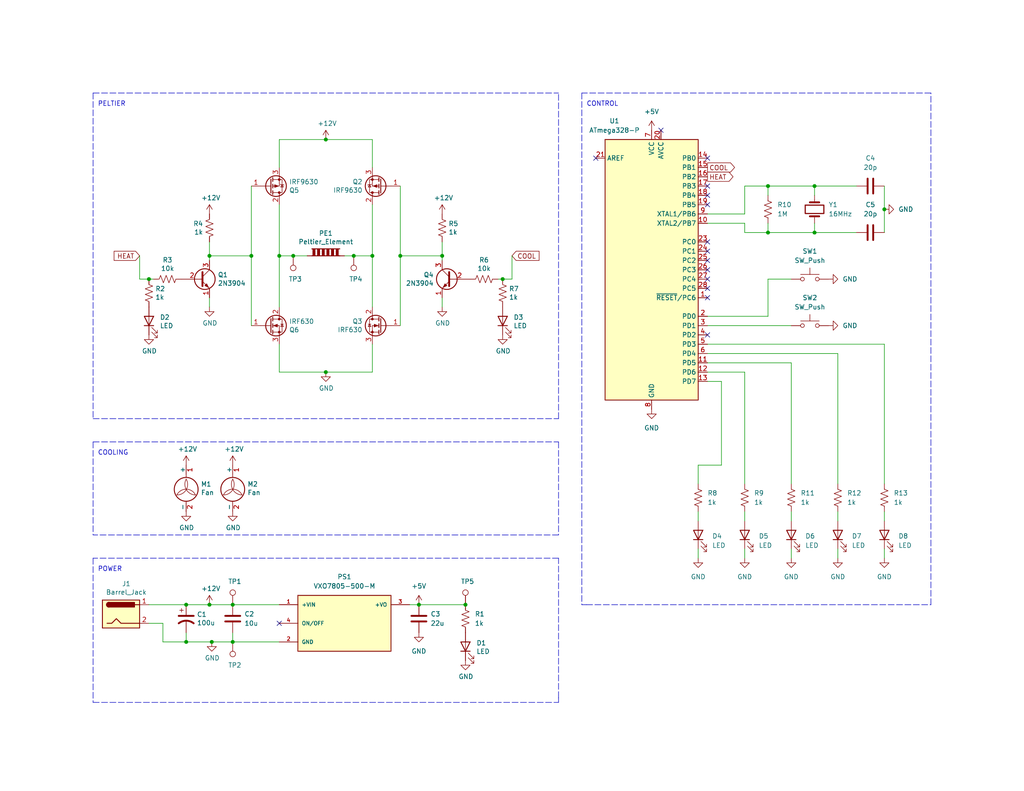
<source format=kicad_sch>
(kicad_sch (version 20211123) (generator eeschema)
  (paper "USLetter")
  (title_block (title "Thermoelectric Tube") (date "2022-07-08") (rev "C") (company "UW-Madison") (comment 1 "Department of Chemistry") (comment 2 "Instrument Shop") (comment 3 "Blaise Thompson") (comment 4 "blaise.thompson@wisc.edu"))
  (lib_symbols
    (symbol "Connector:Barrel_Jack" (pin_names (offset 1.016))
      (property "Reference" "J" (at 0 5.334 0))
      (property "Value" "Barrel_Jack" (at 0 -5.08 0))
      (symbol "Barrel_Jack_0_1"
        (rectangle (start -5.08 3.81) (end 5.08 -3.81) (stroke (width 0.254)) (fill (type background)))
        (arc (start -3.302 3.175) (mid -3.937 2.54) (end -3.302 1.905) (stroke (width 0.254)))
        (arc (start -3.302 3.175) (mid -3.937 2.54) (end -3.302 1.905) (stroke (width 0.254)) (fill (type outline)))
        (polyline (pts (xy 5.08 2.54) (xy 3.81 2.54)) (stroke (width 0.254)))
        (polyline (pts (xy -3.81 -2.54) (xy -2.54 -2.54) (xy -1.27 -1.27) (xy 0 -2.54) (xy 2.54 -2.54) (xy 5.08 -2.54)) (stroke (width 0.254)))
        (rectangle (start 3.683 3.175) (end -3.302 1.905) (stroke (width 0.254)) (fill (type outline)))
      )
      (symbol "Barrel_Jack_1_1"
        (pin passive line (at 7.62 2.54 180) (length 2.54) (name "~") (number "1"))
        (pin passive line (at 7.62 -2.54 180) (length 2.54) (name "~") (number "2"))
      )
    )
    (symbol "Connector:TestPoint" (pin_numbers hide) (pin_names (offset 0.762) hide)
      (property "Reference" "TP" (at 0 6.858 0))
      (property "Value" "TestPoint" (at 0 5.08 0))
      (symbol "TestPoint_0_1"
        (circle (center 0 3.302) (radius 0.762))
      )
      (symbol "TestPoint_1_1"
        (pin passive line (at 0 0 90) (length 2.54) (name "1") (number "1"))
      )
    )
    (symbol "Device:C" (pin_numbers hide) (pin_names (offset 0.254))
      (property "Reference" "C" (at 0.635 2.54 0))
      (property "Value" "C" (at 0.635 -2.54 0))
      (symbol "C_0_1"
        (polyline (pts (xy -2.032 -0.762) (xy 2.032 -0.762)) (stroke (width 0.508)))
        (polyline (pts (xy -2.032 0.762) (xy 2.032 0.762)) (stroke (width 0.508)))
      )
      (symbol "C_1_1"
        (pin passive line (at 0 3.81 270) (length 2.794) (name "~") (number "1"))
        (pin passive line (at 0 -3.81 90) (length 2.794) (name "~") (number "2"))
      )
    )
    (symbol "Device:Crystal" (pin_numbers hide) (pin_names (offset 1.016) hide)
      (property "Reference" "Y" (at 0 3.81 0))
      (property "Value" "Crystal" (at 0 -3.81 0))
      (symbol "Crystal_0_1"
        (rectangle (start -1.143 2.54) (end 1.143 -2.54) (stroke (width 0.3048)))
        (polyline (pts (xy -2.54 0) (xy -1.905 0)))
        (polyline (pts (xy -1.905 -1.27) (xy -1.905 1.27)) (stroke (width 0.508)))
        (polyline (pts (xy 1.905 -1.27) (xy 1.905 1.27)) (stroke (width 0.508)))
        (polyline (pts (xy 2.54 0) (xy 1.905 0)))
      )
      (symbol "Crystal_1_1"
        (pin passive line (at -3.81 0 0) (length 1.27) (name "1") (number "1"))
        (pin passive line (at 3.81 0 180) (length 1.27) (name "2") (number "2"))
      )
    )
    (symbol "Device:LED" (pin_numbers hide) (pin_names (offset 1.016) hide)
      (property "Reference" "D" (at 0 2.54 0))
      (property "Value" "LED" (at 0 -2.54 0))
      (symbol "LED_0_1"
        (polyline (pts (xy -1.27 -1.27) (xy -1.27 1.27)) (stroke (width 0.254)))
        (polyline (pts (xy -1.27 0) (xy 1.27 0)))
        (polyline (pts (xy 1.27 -1.27) (xy 1.27 1.27) (xy -1.27 0) (xy 1.27 -1.27)) (stroke (width 0.254)))
        (polyline (pts (xy -3.048 -0.762) (xy -4.572 -2.286) (xy -3.81 -2.286) (xy -4.572 -2.286) (xy -4.572 -1.524)))
        (polyline (pts (xy -1.778 -0.762) (xy -3.302 -2.286) (xy -2.54 -2.286) (xy -3.302 -2.286) (xy -3.302 -1.524)))
      )
      (symbol "LED_1_1"
        (pin passive line (at -3.81 0 0) (length 2.54) (name "K") (number "1"))
        (pin passive line (at 3.81 0 180) (length 2.54) (name "A") (number "2"))
      )
    )
    (symbol "Device:R_US" (pin_numbers hide) (pin_names (offset 0))
      (property "Reference" "R" (at 2.54 0 90))
      (property "Value" "R_US" (at -2.54 0 90))
      (symbol "R_US_0_1"
        (polyline (pts (xy 0 -2.286) (xy 0 -2.54)))
        (polyline (pts (xy 0 2.286) (xy 0 2.54)))
        (polyline (pts (xy 0 -0.762) (xy 1.016 -1.143) (xy 0 -1.524) (xy -1.016 -1.905) (xy 0 -2.286)))
        (polyline (pts (xy 0 0.762) (xy 1.016 0.381) (xy 0 0) (xy -1.016 -0.381) (xy 0 -0.762)))
        (polyline (pts (xy 0 2.286) (xy 1.016 1.905) (xy 0 1.524) (xy -1.016 1.143) (xy 0 0.762)))
      )
      (symbol "R_US_1_1"
        (pin passive line (at 0 3.81 270) (length 1.27) (name "~") (number "1"))
        (pin passive line (at 0 -3.81 90) (length 1.27) (name "~") (number "2"))
      )
    )
    (symbol "IRF630:IRF630" (pin_names (offset 1.016) hide)
      (property "Reference" "Q?" (at 3.81 0 0))
      (property "Value" "IRF630" (at 6.35 2.54 0))
      (symbol "IRF630_0_1"
        (polyline (pts (xy 0 -2.54) (xy 0 -1.27)))
      )
      (symbol "IRF630_1_1"
        (circle (center -0.889 0) (radius 2.8194) (stroke (width 0.254)))
        (circle (center 0 -1.778) (radius 0.2794) (fill (type outline)))
        (polyline (pts (xy -5.08 0) (xy -2.286 0)))
        (polyline (pts (xy -1.778 -1.778) (xy 0 -1.778)))
        (polyline (pts (xy -1.778 -1.27) (xy -1.778 -2.286)) (stroke (width 0.254)))
        (polyline (pts (xy -1.778 0) (xy 0 0)))
        (polyline (pts (xy -1.778 0.508) (xy -1.778 -0.508)) (stroke (width 0.254)))
        (polyline (pts (xy -1.778 1.778) (xy 0 1.778)))
        (polyline (pts (xy -1.778 2.286) (xy -1.778 1.27)) (stroke (width 0.254)))
        (polyline (pts (xy 0 -1.778) (xy 0 0)))
        (polyline (pts (xy 0 2.54) (xy 0 1.778)))
        (polyline (pts (xy 1.143 0.381) (xy 0.381 0.381)))
        (polyline (pts (xy -2.286 1.905) (xy -2.286 -1.905) (xy -2.286 -1.905)) (stroke (width 0.254)))
        (polyline (pts (xy -1.524 0) (xy -0.508 0.381) (xy -0.508 -0.381) (xy -1.524 0)) (fill (type outline)))
        (polyline (pts (xy 0 -1.778) (xy 0.762 -1.778) (xy 0.762 1.778) (xy 0 1.778)))
        (polyline (pts (xy 0.762 0.381) (xy 0.381 -0.254) (xy 1.143 -0.254) (xy 0.762 0.381)))
        (circle (center 0 1.778) (radius 0.2794) (fill (type outline)))
        (pin input line (at -7.62 0 0) (length 2.54) (name "G") (number "1"))
        (pin passive line (at 0 5.08 270) (length 2.54) (name "D") (number "2"))
        (pin passive line (at 0 -5.08 90) (length 2.54) (name "S") (number "3"))
      )
    )
    (symbol "IRF9630:IRF9630" (pin_names (offset 1.016) hide)
      (property "Reference" "Q?" (at 3.81 0 0))
      (property "Value" "IRF9630" (at 6.35 2.54 0))
      (symbol "IRF9630_1_1"
        (circle (center -0.889 0) (radius 2.8194) (stroke (width 0.254)))
        (circle (center 0 -1.778) (radius 0.2794) (fill (type outline)))
        (polyline (pts (xy -5.08 0) (xy -2.286 0)))
        (polyline (pts (xy -1.778 -1.778) (xy 0 -1.778)))
        (polyline (pts (xy -1.778 -1.27) (xy -1.778 -2.286)) (stroke (width 0.254)))
        (polyline (pts (xy -1.778 0) (xy 0 0)))
        (polyline (pts (xy -1.778 0.508) (xy -1.778 -0.508)) (stroke (width 0.254)))
        (polyline (pts (xy -1.778 1.778) (xy 0 1.778)))
        (polyline (pts (xy -1.778 2.286) (xy -1.778 1.27)) (stroke (width 0.254)))
        (polyline (pts (xy 0 -1.778) (xy 0 -2.54)))
        (polyline (pts (xy 0 -1.778) (xy 0 0)))
        (polyline (pts (xy 0 2.54) (xy 0 1.778)))
        (polyline (pts (xy -2.286 1.905) (xy -2.286 -1.905) (xy -2.286 -1.905)) (stroke (width 0.254)))
        (polyline (pts (xy -0.254 0) (xy -1.27 -0.381) (xy -1.27 0.381) (xy -0.254 0)) (fill (type outline)))
        (polyline (pts (xy 0 -1.778) (xy 0.762 -1.778) (xy 0.762 1.778) (xy 0 1.778)))
        (polyline (pts (xy 0.254 -0.508) (xy 0.381 -0.381) (xy 1.143 -0.381) (xy 1.27 -0.254)))
        (polyline (pts (xy 0.762 -0.381) (xy 0.381 0.254) (xy 1.143 0.254) (xy 0.762 -0.381)))
        (circle (center 0 1.778) (radius 0.2794) (fill (type outline)))
        (pin input line (at -7.62 0 0) (length 2.54) (name "G") (number "1"))
        (pin passive line (at 0 5.08 270) (length 2.54) (name "D") (number "2"))
        (pin passive line (at 0 -5.08 90) (length 2.54) (name "S") (number "3"))
      )
    )
    (symbol "MCU_Microchip_ATmega:ATmega328-P"
      (property "Reference" "U" (at -12.7 36.83 0))
      (property "Value" "ATmega328-P" (at 2.54 -36.83 0))
      (symbol "ATmega328-P_0_1"
        (rectangle (start -12.7 -35.56) (end 12.7 35.56) (stroke (width 0.254)) (fill (type background)))
      )
      (symbol "ATmega328-P_1_1"
        (pin bidirectional line (at 15.24 -7.62 180) (length 2.54) (name "~{RESET}/PC6") (number "1"))
        (pin bidirectional line (at 15.24 12.7 180) (length 2.54) (name "XTAL2/PB7") (number "10"))
        (pin bidirectional line (at 15.24 -25.4 180) (length 2.54) (name "PD5") (number "11"))
        (pin bidirectional line (at 15.24 -27.94 180) (length 2.54) (name "PD6") (number "12"))
        (pin bidirectional line (at 15.24 -30.48 180) (length 2.54) (name "PD7") (number "13"))
        (pin bidirectional line (at 15.24 30.48 180) (length 2.54) (name "PB0") (number "14"))
        (pin bidirectional line (at 15.24 27.94 180) (length 2.54) (name "PB1") (number "15"))
        (pin bidirectional line (at 15.24 25.4 180) (length 2.54) (name "PB2") (number "16"))
        (pin bidirectional line (at 15.24 22.86 180) (length 2.54) (name "PB3") (number "17"))
        (pin bidirectional line (at 15.24 20.32 180) (length 2.54) (name "PB4") (number "18"))
        (pin bidirectional line (at 15.24 17.78 180) (length 2.54) (name "PB5") (number "19"))
        (pin bidirectional line (at 15.24 -12.7 180) (length 2.54) (name "PD0") (number "2"))
        (pin power_in line (at 2.54 38.1 270) (length 2.54) (name "AVCC") (number "20"))
        (pin passive line (at -15.24 30.48 0) (length 2.54) (name "AREF") (number "21"))
        (pin passive line (at 0 -38.1 90) (length 2.54) hide (name "GND") (number "22"))
        (pin bidirectional line (at 15.24 7.62 180) (length 2.54) (name "PC0") (number "23"))
        (pin bidirectional line (at 15.24 5.08 180) (length 2.54) (name "PC1") (number "24"))
        (pin bidirectional line (at 15.24 2.54 180) (length 2.54) (name "PC2") (number "25"))
        (pin bidirectional line (at 15.24 0 180) (length 2.54) (name "PC3") (number "26"))
        (pin bidirectional line (at 15.24 -2.54 180) (length 2.54) (name "PC4") (number "27"))
        (pin bidirectional line (at 15.24 -5.08 180) (length 2.54) (name "PC5") (number "28"))
        (pin bidirectional line (at 15.24 -15.24 180) (length 2.54) (name "PD1") (number "3"))
        (pin bidirectional line (at 15.24 -17.78 180) (length 2.54) (name "PD2") (number "4"))
        (pin bidirectional line (at 15.24 -20.32 180) (length 2.54) (name "PD3") (number "5"))
        (pin bidirectional line (at 15.24 -22.86 180) (length 2.54) (name "PD4") (number "6"))
        (pin power_in line (at 0 38.1 270) (length 2.54) (name "VCC") (number "7"))
        (pin power_in line (at 0 -38.1 90) (length 2.54) (name "GND") (number "8"))
        (pin bidirectional line (at 15.24 15.24 180) (length 2.54) (name "XTAL1/PB6") (number "9"))
      )
    )
    (symbol "Motor:Fan" (pin_names (offset 0))
      (property "Reference" "M" (at 2.54 5.08 0))
      (property "Value" "Fan" (at 2.54 -2.54 0))
      (symbol "Fan_0_1"
        (arc (start -2.54 -0.508) (mid 0.0028 0.9121) (end 0 3.81))
        (polyline (pts (xy 0 -5.08) (xy 0 -4.572)))
        (polyline (pts (xy 0 -2.2352) (xy 0 -2.6416)))
        (polyline (pts (xy 0 4.2672) (xy 0 4.6228)))
        (polyline (pts (xy 0 4.572) (xy 0 5.08)))
        (circle (center 0 1.016) (radius 3.2512) (stroke (width 0.254)))
        (arc (start 0 3.81) (mid 0.053 0.921) (end 2.54 -0.508))
        (arc (start 2.54 -0.508) (mid 0 1.0618) (end -2.54 -0.508))
      )
      (symbol "Fan_1_1"
        (pin passive line (at 0 7.62 270) (length 2.54) (name "+") (number "1"))
        (pin passive line (at 0 -5.08 90) (length 2.54) (name "-") (number "2"))
      )
    )
    (symbol "Switch:SW_Push" (pin_numbers hide) (pin_names (offset 1.016) hide)
      (property "Reference" "SW" (at 1.27 2.54 0))
      (property "Value" "SW_Push" (at 0 -1.524 0))
      (symbol "SW_Push_0_1"
        (circle (center -2.032 0) (radius 0.508))
        (polyline (pts (xy 0 1.27) (xy 0 3.048)))
        (polyline (pts (xy 2.54 1.27) (xy -2.54 1.27)))
        (circle (center 2.032 0) (radius 0.508))
        (pin passive line (at -5.08 0 0) (length 2.54) (name "1") (number "1"))
        (pin passive line (at 5.08 0 180) (length 2.54) (name "2") (number "2"))
      )
    )
    (symbol "Transistor_BJT:2N3904" (pin_names (offset 0) hide)
      (property "Reference" "Q" (at 5.08 1.905 0))
      (property "Value" "2N3904" (at 5.08 0 0))
      (symbol "2N3904_0_1"
        (polyline (pts (xy 0.635 0.635) (xy 2.54 2.54)))
        (polyline (pts (xy 0.635 -0.635) (xy 2.54 -2.54) (xy 2.54 -2.54)))
        (polyline (pts (xy 0.635 1.905) (xy 0.635 -1.905) (xy 0.635 -1.905)) (stroke (width 0.508)))
        (polyline (pts (xy 1.27 -1.778) (xy 1.778 -1.27) (xy 2.286 -2.286) (xy 1.27 -1.778) (xy 1.27 -1.778)) (fill (type outline)))
        (circle (center 1.27 0) (radius 2.8194) (stroke (width 0.254)))
      )
      (symbol "2N3904_1_1"
        (pin passive line (at 2.54 -5.08 90) (length 2.54) (name "E") (number "1"))
        (pin passive line (at -5.08 0 0) (length 5.715) (name "B") (number "2"))
        (pin passive line (at 2.54 5.08 270) (length 2.54) (name "C") (number "3"))
      )
    )
    (symbol "VXO7805-500-M:VXO7805-500-M" (pin_names (offset 1.016))
      (property "Reference" "PS" (at -12.7 8.89 0))
      (property "Value" "VXO7805-500-M" (at -12.7 -8.89 0))
      (symbol "VXO7805-500-M_0_0"
        (pin input line (at -17.78 5.08 0) (length 5.08) (name "+VIN") (number "1"))
        (pin power_in line (at -17.78 -5.08 0) (length 5.08) (name "GND") (number "2"))
        (pin output line (at 17.78 5.08 180) (length 5.08) (name "+VO") (number "3"))
        (pin input line (at -17.78 0 0) (length 5.08) (name "ON/OFF") (number "4"))
      )
      (symbol "VXO7805-500-M_1_1"
        (rectangle (start -12.7 7.62) (end 12.7 -7.62) (stroke (width 0.254)) (fill (type background)))
      )
    )
    (symbol "power:+12V" (power) (pin_names (offset 0))
      (property "Value" "+12V" (at 0 3.556 0))
      (symbol "+12V_0_1"
        (polyline (pts (xy -0.762 1.27) (xy 0 2.54)))
        (polyline (pts (xy 0 0) (xy 0 2.54)))
        (polyline (pts (xy 0 2.54) (xy 0.762 1.27)))
      )
      (symbol "+12V_1_1"
        (pin power_in line (at 0 0 90) (length 0) hide (name "+12V") (number "1"))
      )
    )
    (symbol "power:+5V" (power) (pin_names (offset 0))
      (property "Value" "+5V" (at 0 3.556 0))
      (symbol "+5V_0_1"
        (polyline (pts (xy -0.762 1.27) (xy 0 2.54)))
        (polyline (pts (xy 0 0) (xy 0 2.54)))
        (polyline (pts (xy 0 2.54) (xy 0.762 1.27)))
      )
      (symbol "+5V_1_1"
        (pin power_in line (at 0 0 90) (length 0) hide (name "+5V") (number "1"))
      )
    )
    (symbol "power:GND" (power) (pin_names (offset 0))
      (property "Value" "GND" (at 0 -3.81 0))
      (symbol "GND_0_1"
        (polyline (pts (xy 0 0) (xy 0 -1.27) (xy 1.27 -1.27) (xy 0 -2.54) (xy -1.27 -1.27) (xy 0 -1.27)))
      )
      (symbol "GND_1_1"
        (pin power_in line (at 0 0 270) (length 0) hide (name "GND") (number "1"))
      )
    )
    (symbol "thermoelectric-tube-rescue:CP1-Device" (pin_numbers hide) (pin_names (offset 0.254) hide)
      (property "Reference" "C" (at 0.635 2.54 0))
      (property "Value" "CP1-Device" (at 0.635 -2.54 0))
      (symbol "CP1-Device_0_1"
        (polyline (pts (xy -2.032 0.762) (xy 2.032 0.762)) (stroke (width 0.508)))
        (polyline (pts (xy -1.778 2.286) (xy -0.762 2.286)))
        (polyline (pts (xy -1.27 1.778) (xy -1.27 2.794)))
        (arc (start 2.032 -1.27) (mid 0 -0.5572) (end -2.032 -1.27) (stroke (width 0.508)))
      )
      (symbol "CP1-Device_1_1"
        (pin passive line (at 0 3.81 270) (length 2.794) (name "~") (number "1"))
        (pin passive line (at 0 -3.81 90) (length 3.302) (name "~") (number "2"))
      )
    )
    (symbol "thermoelectric-tube-rescue:Peltier_Element-Device" (pin_numbers hide) (pin_names (offset 0))
      (property "Reference" "PE" (at 0 3.175 0))
      (property "Value" "Peltier_Element-Device" (at 0 -1.27 0))
      (symbol "Peltier_Element-Device_0_1"
        (rectangle (start -3.556 1.905) (end -2.921 0) (fill (type outline)))
        (rectangle (start -2.286 1.905) (end -1.651 0) (fill (type outline)))
        (rectangle (start -0.381 1.905) (end -1.016 0) (fill (type outline)))
        (polyline (pts (xy -3.81 0) (xy 3.81 0)) (stroke (width 0.254)) (fill (type outline)))
        (polyline (pts (xy -3.81 1.905) (xy 3.81 1.905)) (stroke (width 0.254)))
        (rectangle (start 0.889 1.905) (end 0.254 0) (fill (type outline)))
        (rectangle (start 1.524 0) (end 2.159 1.905) (fill (type outline)))
        (rectangle (start 2.794 0) (end 3.429 1.905) (fill (type outline)))
      )
      (symbol "Peltier_Element-Device_1_1"
        (pin passive line (at -5.08 0 0) (length 1.27) (name "~") (number "1"))
        (pin passive line (at 5.08 0 180) (length 1.27) (name "~") (number "2"))
      )
    )
  )
  (junction (at 96.52 69.85))
  (junction (at 40.64 76.2))
  (junction (at 101.6 69.85))
  (junction (at 76.2 69.85))
  (junction (at 57.15 165.1))
  (junction (at 50.8 165.1))
  (junction (at 209.55 63.5))
  (junction (at 88.9 38.1))
  (junction (at 88.9 101.6))
  (junction (at 68.58 69.85))
  (junction (at 241.3 57.15))
  (junction (at 114.3 165.1))
  (junction (at 120.65 69.85))
  (junction (at 209.55 50.8))
  (junction (at 63.5 165.1))
  (junction (at 80.01 69.85))
  (junction (at 109.22 69.85))
  (junction (at 222.25 50.8))
  (junction (at 57.785 175.26))
  (junction (at 222.25 63.5))
  (junction (at 137.16 76.2))
  (junction (at 63.5 175.26))
  (junction (at 127 165.1))
  (junction (at 57.15 69.85))
  (junction (at 50.8 175.26))
  (no_connect (at 76.2 170.18))
  (no_connect (at 193.04 91.44))
  (no_connect (at 193.04 78.74))
  (no_connect (at 193.04 76.2))
  (no_connect (at 193.04 53.34))
  (no_connect (at 193.04 50.8))
  (no_connect (at 193.04 73.66))
  (no_connect (at 193.04 71.12))
  (no_connect (at 193.04 68.58))
  (no_connect (at 193.04 66.04))
  (no_connect (at 193.04 55.88))
  (no_connect (at 193.04 81.28))
  (no_connect (at 162.56 43.18))
  (no_connect (at 180.34 35.56))
  (no_connect (at 193.04 43.18))
  (wire (pts (xy 241.3 149.86) (xy 241.3 152.4)))
  (wire (pts (xy 190.5 149.86) (xy 190.5 152.4)))
  (wire (pts (xy 101.6 69.85) (xy 101.6 83.82)))
  (polyline (pts (xy 25.4 191.77) (xy 152.4 191.77)))
  (wire (pts (xy 190.5 139.7) (xy 190.5 142.24)))
  (wire (pts (xy 57.15 69.85) (xy 57.15 66.04)))
  (wire (pts (xy 109.22 50.8) (xy 109.22 69.85)))
  (polyline (pts (xy 25.4 120.65) (xy 25.4 146.05)))
  (wire (pts (xy 111.76 165.1) (xy 114.3 165.1)))
  (wire (pts (xy 96.52 69.85) (xy 101.6 69.85)))
  (wire (pts (xy 215.9 149.86) (xy 215.9 152.4)))
  (wire (pts (xy 203.2 50.8) (xy 209.55 50.8)))
  (wire (pts (xy 139.7 69.85) (xy 139.7 76.2)))
  (polyline (pts (xy 25.4 114.3) (xy 152.4 114.3)))
  (wire (pts (xy 68.58 50.8) (xy 68.58 69.85)))
  (polyline (pts (xy 152.4 114.3) (xy 152.4 25.4)))
  (polyline (pts (xy 152.4 152.4) (xy 25.4 152.4)))
  (polyline (pts (xy 152.4 190.5) (xy 152.4 191.77)))
  (wire (pts (xy 209.55 63.5) (xy 222.25 63.5)))
  (wire (pts (xy 57.785 175.26) (xy 50.8 175.26)))
  (wire (pts (xy 76.2 55.88) (xy 76.2 69.85)))
  (wire (pts (xy 215.9 139.7) (xy 215.9 142.24)))
  (wire (pts (xy 222.25 50.8) (xy 222.25 53.34)))
  (wire (pts (xy 50.8 165.1) (xy 57.15 165.1)))
  (wire (pts (xy 209.55 60.96) (xy 209.55 63.5)))
  (wire (pts (xy 193.04 104.14) (xy 196.85 104.14)))
  (wire (pts (xy 193.04 60.96) (xy 203.2 60.96)))
  (wire (pts (xy 120.65 66.04) (xy 120.65 69.85)))
  (wire (pts (xy 139.7 76.2) (xy 137.16 76.2)))
  (wire (pts (xy 88.9 101.6) (xy 101.6 101.6)))
  (wire (pts (xy 196.85 127) (xy 190.5 127)))
  (wire (pts (xy 76.2 69.85) (xy 80.01 69.85)))
  (wire (pts (xy 57.15 71.12) (xy 57.15 69.85)))
  (wire (pts (xy 203.2 58.42) (xy 203.2 50.8)))
  (wire (pts (xy 193.04 88.9) (xy 215.9 88.9)))
  (polyline (pts (xy 25.4 120.65) (xy 152.4 120.65)))
  (wire (pts (xy 193.04 99.06) (xy 215.9 99.06)))
  (wire (pts (xy 222.25 60.96) (xy 222.25 63.5)))
  (wire (pts (xy 44.45 170.18) (xy 40.64 170.18)))
  (wire (pts (xy 120.65 69.85) (xy 120.65 71.12)))
  (wire (pts (xy 109.22 69.85) (xy 109.22 88.9)))
  (wire (pts (xy 101.6 101.6) (xy 101.6 93.98)))
  (wire (pts (xy 241.3 50.8) (xy 241.3 57.15)))
  (wire (pts (xy 222.25 63.5) (xy 233.68 63.5)))
  (wire (pts (xy 203.2 139.7) (xy 203.2 142.24)))
  (wire (pts (xy 228.6 139.7) (xy 228.6 142.24)))
  (wire (pts (xy 109.22 69.85) (xy 120.65 69.85)))
  (polyline (pts (xy 158.75 25.4) (xy 158.75 165.1)))
  (polyline (pts (xy 152.4 190.5) (xy 152.4 152.4)))
  (wire (pts (xy 114.3 165.1) (xy 127 165.1)))
  (wire (pts (xy 41.91 76.2) (xy 40.64 76.2)))
  (wire (pts (xy 222.25 50.8) (xy 233.68 50.8)))
  (wire (pts (xy 76.2 101.6) (xy 88.9 101.6)))
  (wire (pts (xy 50.8 172.72) (xy 50.8 175.26)))
  (wire (pts (xy 241.3 139.7) (xy 241.3 142.24)))
  (wire (pts (xy 57.15 69.85) (xy 68.58 69.85)))
  (wire (pts (xy 190.5 127) (xy 190.5 132.08)))
  (wire (pts (xy 193.04 93.98) (xy 241.3 93.98)))
  (wire (pts (xy 135.89 76.2) (xy 137.16 76.2)))
  (wire (pts (xy 88.9 38.1) (xy 101.6 38.1)))
  (wire (pts (xy 209.55 86.36) (xy 209.55 76.2)))
  (polyline (pts (xy 152.4 120.65) (xy 152.4 146.05)))
  (polyline (pts (xy 25.4 152.4) (xy 25.4 191.77)))
  (wire (pts (xy 57.15 81.28) (xy 57.15 83.82)))
  (wire (pts (xy 193.04 96.52) (xy 228.6 96.52)))
  (wire (pts (xy 203.2 60.96) (xy 203.2 63.5)))
  (wire (pts (xy 63.5 165.1) (xy 76.2 165.1)))
  (wire (pts (xy 228.6 96.52) (xy 228.6 132.08)))
  (wire (pts (xy 63.5 172.72) (xy 63.5 175.26)))
  (wire (pts (xy 76.2 93.98) (xy 76.2 101.6)))
  (wire (pts (xy 93.98 69.85) (xy 96.52 69.85)))
  (wire (pts (xy 203.2 63.5) (xy 209.55 63.5)))
  (wire (pts (xy 76.2 175.26) (xy 63.5 175.26)))
  (wire (pts (xy 76.2 69.85) (xy 76.2 83.82)))
  (wire (pts (xy 101.6 38.1) (xy 101.6 45.72)))
  (wire (pts (xy 203.2 132.08) (xy 203.2 101.6)))
  (wire (pts (xy 50.8 175.26) (xy 44.45 175.26)))
  (wire (pts (xy 203.2 149.86) (xy 203.2 152.4)))
  (wire (pts (xy 57.15 165.1) (xy 63.5 165.1)))
  (wire (pts (xy 101.6 55.88) (xy 101.6 69.85)))
  (wire (pts (xy 241.3 93.98) (xy 241.3 132.08)))
  (wire (pts (xy 38.1 76.2) (xy 38.1 69.85)))
  (wire (pts (xy 63.5 175.26) (xy 57.785 175.26)))
  (wire (pts (xy 44.45 175.26) (xy 44.45 170.18)))
  (wire (pts (xy 228.6 149.86) (xy 228.6 152.4)))
  (wire (pts (xy 193.04 86.36) (xy 209.55 86.36)))
  (polyline (pts (xy 254 25.4) (xy 158.75 25.4)))
  (polyline (pts (xy 254 165.1) (xy 254 25.4)))
  (wire (pts (xy 193.04 58.42) (xy 203.2 58.42)))
  (wire (pts (xy 40.64 76.2) (xy 38.1 76.2)))
  (polyline (pts (xy 152.4 146.05) (xy 25.4 146.05)))
  (polyline (pts (xy 25.4 25.4) (xy 152.4 25.4)))
  (polyline (pts (xy 160.02 165.1) (xy 254 165.1)))
  (polyline (pts (xy 158.75 165.1) (xy 160.02 165.1)))
  (wire (pts (xy 241.3 57.15) (xy 241.3 63.5)))
  (wire (pts (xy 209.55 50.8) (xy 222.25 50.8)))
  (wire (pts (xy 215.9 99.06) (xy 215.9 132.08)))
  (wire (pts (xy 203.2 101.6) (xy 193.04 101.6)))
  (wire (pts (xy 68.58 69.85) (xy 68.58 88.9)))
  (wire (pts (xy 209.55 76.2) (xy 215.9 76.2)))
  (wire (pts (xy 76.2 45.72) (xy 76.2 38.1)))
  (wire (pts (xy 40.64 165.1) (xy 50.8 165.1)))
  (polyline (pts (xy 25.4 25.4) (xy 25.4 114.3)))
  (wire (pts (xy 80.01 69.85) (xy 83.82 69.85)))
  (wire (pts (xy 196.85 104.14) (xy 196.85 127)))
  (wire (pts (xy 120.65 83.82) (xy 120.65 81.28)))
  (wire (pts (xy 76.2 38.1) (xy 88.9 38.1)))
  (wire (pts (xy 209.55 50.8) (xy 209.55 53.34)))
  (text "PELTIER" (at 26.67 29.21 0) (effects (font (size 1.27 1.27)) (justify left bottom)))
  (text "CONTROL" (at 160.02 29.21 0) (effects (font (size 1.27 1.27)) (justify left bottom)))
  (text "COOLING" (at 26.67 124.46 0) (effects (font (size 1.27 1.27)) (justify left bottom)))
  (text "POWER" (at 26.67 156.21 0) (effects (font (size 1.27 1.27)) (justify left bottom)))
  (global_label "HEAT" (shape input) (at 38.1 69.85 180) (property "Intersheet References" "${INTERSHEET_REFS}" (effects hide)))
  (global_label "COOL" (shape input) (at 139.7 69.85 0) (property "Intersheet References" "${INTERSHEET_REFS}" (effects hide)))
  (global_label "COOL" (shape output) (at 193.04 45.72 0) (property "Intersheet References" "${INTERSHEET_REFS}" (effects hide)))
  (global_label "HEAT" (shape output) (at 193.04 48.26 0) (property "Intersheet References" "${INTERSHEET_REFS}" (effects hide)))
  (symbol (lib_id "Connector:Barrel_Jack") (at 33.02 167.64 0) (unit 1)
    (property "Reference" "J1" (at 34.4678 159.385 0))
    (property "Value" "Barrel_Jack" (at 34.4678 161.6964 0))
    (property "Footprint" "Connector_BarrelJack:BarrelJack_Horizontal" (effects hide))
  )
  (symbol (lib_id "IRF630:IRF630") (at 76.2 88.9 0) (unit 1)
    (property "Reference" "Q6" (at 78.8924 90.0684 0) (effects (justify left)))
    (property "Value" "IRF630" (at 78.8924 87.757 0) (effects (justify left)))
    (property "Footprint" "Package_TO_SOT_THT:TO-220-3_Vertical" (effects hide))
  )
  (symbol (lib_id "IRF9630:IRF9630") (at 76.2 50.8 0) (mirror x) (unit 1)
    (property "Reference" "Q5" (at 78.8924 51.9684 0) (effects (justify left)))
    (property "Value" "IRF9630" (at 78.8924 49.657 0) (effects (justify left)))
    (property "Footprint" "Package_TO_SOT_THT:TO-220-3_Vertical" (effects hide))
  )
  (symbol (lib_id "IRF630:IRF630") (at 101.6 88.9 0) (mirror y) (unit 1)
    (property "Reference" "Q3" (at 98.9076 87.7316 0) (effects (justify left)))
    (property "Value" "IRF630" (at 98.9076 90.043 0) (effects (justify left)))
    (property "Footprint" "Package_TO_SOT_THT:TO-220-3_Vertical" (effects hide))
  )
  (symbol (lib_id "IRF9630:IRF9630") (at 101.6 50.8 180) (unit 1)
    (property "Reference" "Q2" (at 98.933 49.6316 0) (effects (justify left)))
    (property "Value" "IRF9630" (at 98.933 51.943 0) (effects (justify left)))
    (property "Footprint" "Package_TO_SOT_THT:TO-220-3_Vertical" (effects hide))
  )
  (symbol (lib_id "thermoelectric-tube-rescue:Peltier_Element-Device") (at 88.9 69.85 0) (unit 1)
    (property "Reference" "PE1" (at 88.9 63.7032 0))
    (property "Value" "Peltier_Element" (at 88.9 66.0146 0))
    (property "Footprint" "Connector_Molex:Molex_Mini-Fit_Jr_5566-02A_2x01_P4.20mm_Vertical" (effects hide))
  )
  (symbol (lib_id "power:GND") (at 88.9 101.6 0) (unit 1)
    (property "Reference" "#PWR0101" (effects hide))
    (property "Value" "GND" (at 89.027 105.9942 0))
  )
  (symbol (lib_id "power:+12V") (at 88.9 38.1 0) (unit 1)
    (property "Reference" "#PWR0102" (effects hide))
    (property "Value" "+12V" (at 89.281 33.7058 0))
  )
  (symbol (lib_id "Transistor_BJT:2N3904") (at 123.19 76.2 0) (mirror y) (unit 1)
    (property "Reference" "Q4" (at 118.3386 75.0316 0) (effects (justify left)))
    (property "Value" "2N3904" (at 118.3386 77.343 0) (effects (justify left)))
    (property "Footprint" "Package_TO_SOT_THT:TO-92_Inline_Wide" (effects hide))
    (property "Datasheet" "https://www.fairchildsemi.com/datasheets/2N/2N3904.pdf" (effects hide))
  )
  (symbol (lib_id "Transistor_BJT:2N3904") (at 54.61 76.2 0) (unit 1)
    (property "Reference" "Q1" (at 59.436 75.0316 0) (effects (justify left)))
    (property "Value" "2N3904" (at 59.436 77.343 0) (effects (justify left)))
    (property "Footprint" "Package_TO_SOT_THT:TO-92_Inline_Wide" (effects hide))
    (property "Datasheet" "https://www.fairchildsemi.com/datasheets/2N/2N3904.pdf" (effects hide))
  )
  (symbol (lib_id "Device:R_US") (at 120.65 62.23 0) (unit 1)
    (property "Reference" "R5" (at 122.3772 61.0616 0) (effects (justify left)))
    (property "Value" "1k" (at 122.3772 63.373 0) (effects (justify left)))
    (property "Footprint" "Resistor_THT:R_Axial_DIN0207_L6.3mm_D2.5mm_P7.62mm_Horizontal" (effects hide))
  )
  (symbol (lib_id "Device:R_US") (at 57.15 62.23 0) (mirror x) (unit 1)
    (property "Reference" "R4" (at 55.4228 61.0616 0) (effects (justify right)))
    (property "Value" "1k" (at 55.4228 63.373 0) (effects (justify right)))
    (property "Footprint" "Resistor_THT:R_Axial_DIN0207_L6.3mm_D2.5mm_P7.62mm_Horizontal" (effects hide))
  )
  (symbol (lib_id "power:+12V") (at 57.15 58.42 0) (unit 1)
    (property "Reference" "#PWR0103" (effects hide))
    (property "Value" "+12V" (at 57.531 54.0258 0))
  )
  (symbol (lib_id "power:+12V") (at 120.65 58.42 0) (unit 1)
    (property "Reference" "#PWR0104" (effects hide))
    (property "Value" "+12V" (at 121.031 54.0258 0))
  )
  (symbol (lib_id "power:GND") (at 120.65 83.82 0) (unit 1)
    (property "Reference" "#PWR0105" (effects hide))
    (property "Value" "GND" (at 120.777 88.2142 0))
  )
  (symbol (lib_id "power:GND") (at 57.15 83.82 0) (unit 1)
    (property "Reference" "#PWR0106" (effects hide))
    (property "Value" "GND" (at 57.277 88.2142 0))
  )
  (symbol (lib_id "thermoelectric-tube-rescue:CP1-Device") (at 50.8 168.91 0) (unit 1)
    (property "Reference" "C1" (at 53.721 167.7416 0) (effects (justify left)))
    (property "Value" "100u" (at 53.721 170.053 0) (effects (justify left)))
    (property "Footprint" "Capacitor_THT:CP_Radial_D7.5mm_P2.50mm" (effects hide))
  )
  (symbol (lib_id "power:+12V") (at 57.15 165.1 0) (unit 1)
    (property "Reference" "#PWR0110" (effects hide))
    (property "Value" "+12V" (at 57.531 160.7058 0))
  )
  (symbol (lib_id "Device:R_US") (at 45.72 76.2 90) (unit 1)
    (property "Reference" "R3" (at 45.72 70.993 90))
    (property "Value" "10k" (at 45.72 73.3044 90))
    (property "Footprint" "Resistor_THT:R_Axial_DIN0207_L6.3mm_D2.5mm_P7.62mm_Horizontal" (effects hide))
  )
  (symbol (lib_id "Device:R_US") (at 132.08 76.2 90) (unit 1)
    (property "Reference" "R6" (at 132.08 70.993 90))
    (property "Value" "10k" (at 132.08 73.3044 90))
    (property "Footprint" "Resistor_THT:R_Axial_DIN0207_L6.3mm_D2.5mm_P7.62mm_Horizontal" (effects hide))
  )
  (symbol (lib_id "Device:R_US") (at 40.64 80.01 180) (unit 1)
    (property "Reference" "R2" (at 42.3672 78.8416 0) (effects (justify right)))
    (property "Value" "1k" (at 42.3672 81.153 0) (effects (justify right)))
    (property "Footprint" "Resistor_THT:R_Axial_DIN0207_L6.3mm_D2.5mm_P7.62mm_Horizontal" (effects hide))
  )
  (symbol (lib_id "Device:LED") (at 40.64 87.63 90) (unit 1)
    (property "Reference" "D2" (at 43.6118 86.6394 90) (effects (justify right)))
    (property "Value" "LED" (at 43.6118 88.9508 90) (effects (justify right)))
    (property "Footprint" "LED_THT:LED_D5.0mm" (effects hide))
  )
  (symbol (lib_id "power:GND") (at 40.64 91.44 0) (unit 1)
    (property "Reference" "#PWR0115" (effects hide))
    (property "Value" "GND" (at 40.767 95.8342 0))
  )
  (symbol (lib_id "Device:R_US") (at 137.16 80.01 180) (unit 1)
    (property "Reference" "R7" (at 138.8872 78.8416 0) (effects (justify right)))
    (property "Value" "1k" (at 138.8872 81.153 0) (effects (justify right)))
    (property "Footprint" "Resistor_THT:R_Axial_DIN0207_L6.3mm_D2.5mm_P7.62mm_Horizontal" (effects hide))
  )
  (symbol (lib_id "Device:LED") (at 137.16 87.63 90) (unit 1)
    (property "Reference" "D3" (at 140.1318 86.6394 90) (effects (justify right)))
    (property "Value" "LED" (at 140.1318 88.9508 90) (effects (justify right)))
    (property "Footprint" "LED_THT:LED_D5.0mm" (effects hide))
  )
  (symbol (lib_id "power:GND") (at 137.16 91.44 0) (unit 1)
    (property "Reference" "#PWR0116" (effects hide))
    (property "Value" "GND" (at 137.287 95.8342 0))
  )
  (symbol (lib_id "Device:LED") (at 127 176.53 90) (unit 1)
    (property "Reference" "D1" (at 129.9718 175.5394 90) (effects (justify right)))
    (property "Value" "LED" (at 129.9718 177.8508 90) (effects (justify right)))
    (property "Footprint" "LED_THT:LED_D5.0mm" (effects hide))
  )
  (symbol (lib_id "power:GND") (at 127 180.34 0) (unit 1)
    (property "Reference" "#PWR0117" (effects hide))
    (property "Value" "GND" (at 127.127 184.7342 0))
  )
  (symbol (lib_id "power:GND") (at 57.785 175.26 0) (unit 1)
    (property "Reference" "#PWR0118" (effects hide))
    (property "Value" "GND" (at 57.912 179.6542 0))
  )
  (symbol (lib_id "Motor:Fan") (at 50.8 134.62 0) (unit 1)
    (property "Reference" "M1" (at 54.8132 132.1816 0) (effects (justify left)))
    (property "Value" "Fan" (at 54.8132 134.493 0) (effects (justify left)))
    (property "Footprint" "footprints:F17HA-05HC" (effects hide))
  )
  (symbol (lib_id "Motor:Fan") (at 63.5 134.62 0) (unit 1)
    (property "Reference" "M2" (at 67.5132 132.1816 0) (effects (justify left)))
    (property "Value" "Fan" (at 67.5132 134.493 0) (effects (justify left)))
    (property "Footprint" "footprints:F17HA-05HC" (effects hide))
  )
  (symbol (lib_id "power:GND") (at 50.8 139.7 0) (unit 1)
    (property "Reference" "#PWR0119" (effects hide))
    (property "Value" "GND" (at 50.927 144.0942 0))
  )
  (symbol (lib_id "power:GND") (at 63.5 139.7 0) (unit 1)
    (property "Reference" "#PWR0120" (effects hide))
    (property "Value" "GND" (at 63.627 144.0942 0))
  )
  (symbol (lib_id "power:+12V") (at 50.8 127 0) (unit 1)
    (property "Reference" "#PWR0121" (effects hide))
    (property "Value" "+12V" (at 51.181 122.6058 0))
  )
  (symbol (lib_id "power:+12V") (at 63.5 127 0) (unit 1)
    (property "Reference" "#PWR0122" (effects hide))
    (property "Value" "+12V" (at 63.881 122.6058 0))
  )
  (symbol (lib_id "Connector:TestPoint") (at 80.01 69.85 180) (unit 1)
    (property "Reference" "TP3" (at 78.74 76.2 0) (effects (justify right)))
    (property "Value" "TestPoint" (effects hide))
    (property "Footprint" "TestPoint:TestPoint_Loop_D2.60mm_Drill1.6mm_Beaded" (effects hide))
  )
  (symbol (lib_id "power:GND") (at 114.3 172.72 0) (unit 1)
    (property "Reference" "#PWR0107" (effects hide))
    (property "Value" "GND" (at 114.3 177.8 0))
  )
  (symbol (lib_id "MCU_Microchip_ATmega:ATmega328-P") (at 177.8 73.66 0) (unit 1)
    (property "Reference" "U1" (at 167.64 33.02 0))
    (property "Value" "ATmega328-P" (at 167.64 35.56 0))
    (property "Footprint" "Package_DIP:DIP-28_W7.62mm" (effects hide))
    (property "Datasheet" "http://ww1.microchip.com/downloads/en/DeviceDoc/ATmega328_P%20AVR%20MCU%20with%20picoPower%20Technology%20Data%20Sheet%2040001984A.pdf" (effects hide))
  )
  (symbol (lib_id "Device:R_US") (at 209.55 57.15 0) (unit 1)
    (property "Reference" "R10" (at 212.09 55.8799 0) (effects (justify left)))
    (property "Value" "1M" (at 212.09 58.4199 0) (effects (justify left)))
    (property "Footprint" "Resistor_THT:R_Axial_DIN0207_L6.3mm_D2.5mm_P7.62mm_Horizontal" (effects hide))
  )
  (symbol (lib_id "VXO7805-500-M:VXO7805-500-M") (at 93.98 170.18 0) (unit 1)
    (property "Reference" "PS1" (at 93.98 157.48 0))
    (property "Value" "VXO7805-500-M" (at 93.98 160.02 0))
    (property "Footprint" "footprints:CONV_VXO7805-500-M" (effects hide))
    (property "Datasheet" "1.0" (effects hide))
    (property "Field4" "3.5 mm" (effects hide))
    (property "Field5" "CUI Inc." (effects hide))
    (property "Field6" "Manufacturer Recommendations" (effects hide))
  )
  (symbol (lib_id "power:GND") (at 241.3 57.15 90) (unit 1)
    (property "Reference" "#PWR0125" (effects hide))
    (property "Value" "GND" (at 245.11 57.1499 90) (effects (justify right)))
  )
  (symbol (lib_id "Device:LED") (at 215.9 146.05 90) (unit 1)
    (property "Reference" "D6" (at 219.71 146.3674 90) (effects (justify right)))
    (property "Value" "LED" (at 219.71 148.9074 90) (effects (justify right)))
    (property "Footprint" "LED_THT:LED_D5.0mm" (effects hide))
  )
  (symbol (lib_id "power:GND") (at 228.6 152.4 0) (unit 1)
    (property "Reference" "#PWR0123" (effects hide))
    (property "Value" "GND" (at 228.6 157.48 0))
  )
  (symbol (lib_id "Switch:SW_Push") (at 220.98 76.2 0) (unit 1)
    (property "Reference" "SW1" (at 220.98 68.58 0))
    (property "Value" "SW_Push" (at 220.98 71.12 0))
    (property "Footprint" "footprints:PTS636" (effects hide))
  )
  (symbol (lib_id "Device:R_US") (at 241.3 135.89 0) (unit 1)
    (property "Reference" "R13" (at 243.84 134.6199 0) (effects (justify left)))
    (property "Value" "1k" (at 243.84 137.1599 0) (effects (justify left)))
    (property "Footprint" "Resistor_THT:R_Axial_DIN0207_L6.3mm_D2.5mm_P7.62mm_Horizontal" (effects hide))
  )
  (symbol (lib_id "Device:R_US") (at 127 168.91 0) (unit 1)
    (property "Reference" "R1" (at 129.54 167.6399 0) (effects (justify left)))
    (property "Value" "1k" (at 129.54 170.1799 0) (effects (justify left)))
    (property "Footprint" "Resistor_THT:R_Axial_DIN0207_L6.3mm_D2.5mm_P7.62mm_Horizontal" (effects hide))
  )
  (symbol (lib_id "Device:R_US") (at 190.5 135.89 0) (unit 1)
    (property "Reference" "R8" (at 193.04 134.6199 0) (effects (justify left)))
    (property "Value" "1k" (at 193.04 137.1599 0) (effects (justify left)))
    (property "Footprint" "Resistor_THT:R_Axial_DIN0207_L6.3mm_D2.5mm_P7.62mm_Horizontal" (effects hide))
  )
  (symbol (lib_id "Connector:TestPoint") (at 63.5 175.26 180) (unit 1)
    (property "Reference" "TP2" (at 62.23 181.61 0) (effects (justify right)))
    (property "Value" "TestPoint" (effects hide))
    (property "Footprint" "TestPoint:TestPoint_Loop_D2.60mm_Drill1.6mm_Beaded" (effects hide))
  )
  (symbol (lib_id "Connector:TestPoint") (at 63.5 165.1 0) (unit 1)
    (property "Reference" "TP1" (at 62.23 158.75 0) (effects (justify left)))
    (property "Value" "TestPoint" (effects hide))
    (property "Footprint" "TestPoint:TestPoint_Loop_D2.60mm_Drill1.6mm_Beaded" (effects hide))
  )
  (symbol (lib_id "Connector:TestPoint") (at 96.52 69.85 180) (unit 1)
    (property "Reference" "TP4" (at 95.25 76.2 0) (effects (justify right)))
    (property "Value" "TestPoint" (effects hide))
    (property "Footprint" "TestPoint:TestPoint_Loop_D2.60mm_Drill1.6mm_Beaded" (effects hide))
  )
  (symbol (lib_id "Switch:SW_Push") (at 220.98 88.9 0) (unit 1)
    (property "Reference" "SW2" (at 220.98 81.28 0))
    (property "Value" "SW_Push" (at 220.98 83.82 0))
    (property "Footprint" "footprints:PTS636" (effects hide))
  )
  (symbol (lib_id "Device:R_US") (at 215.9 135.89 0) (unit 1)
    (property "Reference" "R11" (at 218.44 134.6199 0) (effects (justify left)))
    (property "Value" "1k" (at 218.44 137.1599 0) (effects (justify left)))
    (property "Footprint" "Resistor_THT:R_Axial_DIN0207_L6.3mm_D2.5mm_P7.62mm_Horizontal" (effects hide))
  )
  (symbol (lib_id "power:GND") (at 215.9 152.4 0) (unit 1)
    (property "Reference" "#PWR0111" (effects hide))
    (property "Value" "GND" (at 215.9 157.48 0))
  )
  (symbol (lib_id "power:GND") (at 203.2 152.4 0) (unit 1)
    (property "Reference" "#PWR0113" (effects hide))
    (property "Value" "GND" (at 203.2 157.48 0))
  )
  (symbol (lib_id "Device:R_US") (at 203.2 135.89 0) (unit 1)
    (property "Reference" "R9" (at 205.74 134.6199 0) (effects (justify left)))
    (property "Value" "1k" (at 205.74 137.1599 0) (effects (justify left)))
    (property "Footprint" "Resistor_THT:R_Axial_DIN0207_L6.3mm_D2.5mm_P7.62mm_Horizontal" (effects hide))
  )
  (symbol (lib_id "Connector:TestPoint") (at 127 165.1 0) (unit 1)
    (property "Reference" "TP5" (at 125.73 158.75 0) (effects (justify left)))
    (property "Value" "TestPoint" (effects hide))
    (property "Footprint" "TestPoint:TestPoint_Loop_D2.60mm_Drill1.6mm_Beaded" (effects hide))
  )
  (symbol (lib_id "Device:C") (at 63.5 168.91 0) (unit 1)
    (property "Reference" "C2" (at 66.675 167.6399 0) (effects (justify left)))
    (property "Value" "10u" (at 66.675 170.1799 0) (effects (justify left)))
    (property "Footprint" "Capacitor_THT:C_Radial_D6.3mm_H5.0mm_P2.50mm" (effects hide))
  )
  (symbol (lib_id "power:GND") (at 190.5 152.4 0) (unit 1)
    (property "Reference" "#PWR0112" (effects hide))
    (property "Value" "GND" (at 190.5 157.48 0))
  )
  (symbol (lib_id "power:+5V") (at 177.8 35.56 0) (unit 1)
    (property "Reference" "#PWR0109" (effects hide))
    (property "Value" "+5V" (at 177.8 30.48 0))
  )
  (symbol (lib_id "Device:R_US") (at 228.6 135.89 0) (unit 1)
    (property "Reference" "R12" (at 231.14 134.6199 0) (effects (justify left)))
    (property "Value" "1k" (at 231.14 137.1599 0) (effects (justify left)))
    (property "Footprint" "Resistor_THT:R_Axial_DIN0207_L6.3mm_D2.5mm_P7.62mm_Horizontal" (effects hide))
  )
  (symbol (lib_id "Device:C") (at 237.49 63.5 270) (mirror x) (unit 1)
    (property "Reference" "C5" (at 237.49 55.88 90))
    (property "Value" "20p" (at 237.49 58.42 90))
    (property "Footprint" "Capacitor_THT:C_Radial_D6.3mm_H5.0mm_P2.50mm" (effects hide))
  )
  (symbol (lib_id "Device:LED") (at 228.6 146.05 90) (unit 1)
    (property "Reference" "D7" (at 232.41 146.3674 90) (effects (justify right)))
    (property "Value" "LED" (at 232.41 148.9074 90) (effects (justify right)))
    (property "Footprint" "LED_THT:LED_D5.0mm" (effects hide))
  )
  (symbol (lib_id "Device:Crystal") (at 222.25 57.15 90) (unit 1)
    (property "Reference" "Y1" (at 226.06 55.8799 90) (effects (justify right)))
    (property "Value" "16MHz" (at 226.06 58.4199 90) (effects (justify right)))
    (property "Footprint" "Crystal:Crystal_HC49-U_Vertical" (effects hide))
  )
  (symbol (lib_id "power:GND") (at 226.06 76.2 90) (unit 1)
    (property "Reference" "#PWR0126" (effects hide))
    (property "Value" "GND" (at 229.87 76.1999 90) (effects (justify right)))
  )
  (symbol (lib_id "Device:LED") (at 241.3 146.05 90) (unit 1)
    (property "Reference" "D8" (at 245.11 146.3674 90) (effects (justify right)))
    (property "Value" "LED" (at 245.11 148.9074 90) (effects (justify right)))
    (property "Footprint" "LED_THT:LED_D5.0mm" (effects hide))
  )
  (symbol (lib_id "power:GND") (at 241.3 152.4 0) (unit 1)
    (property "Reference" "#PWR0124" (effects hide))
    (property "Value" "GND" (at 241.3 157.48 0))
  )
  (symbol (lib_id "Device:C") (at 114.3 168.91 0) (unit 1)
    (property "Reference" "C3" (at 117.475 167.6399 0) (effects (justify left)))
    (property "Value" "22u" (at 117.475 170.1799 0) (effects (justify left)))
    (property "Footprint" "Capacitor_THT:C_Radial_D6.3mm_H5.0mm_P2.50mm" (effects hide))
  )
  (symbol (lib_id "power:GND") (at 177.8 111.76 0) (unit 1)
    (property "Reference" "#PWR0114" (effects hide))
    (property "Value" "GND" (at 177.8 116.84 0))
  )
  (symbol (lib_id "power:+5V") (at 114.3 165.1 0) (unit 1)
    (property "Reference" "#PWR0108" (effects hide))
    (property "Value" "+5V" (at 114.3 160.02 0))
  )
  (symbol (lib_id "power:GND") (at 226.06 88.9 90) (unit 1)
    (property "Reference" "#PWR0127" (effects hide))
    (property "Value" "GND" (at 229.87 88.8999 90) (effects (justify right)))
  )
  (symbol (lib_id "Device:LED") (at 203.2 146.05 90) (unit 1)
    (property "Reference" "D5" (at 207.01 146.3674 90) (effects (justify right)))
    (property "Value" "LED" (at 207.01 148.9074 90) (effects (justify right)))
    (property "Footprint" "LED_THT:LED_D5.0mm" (effects hide))
  )
  (symbol (lib_id "Device:C") (at 237.49 50.8 90) (unit 1)
    (property "Reference" "C4" (at 237.49 43.18 90))
    (property "Value" "20p" (at 237.49 45.72 90))
    (property "Footprint" "Capacitor_THT:C_Radial_D6.3mm_H5.0mm_P2.50mm" (effects hide))
  )
  (symbol (lib_id "Device:LED") (at 190.5 146.05 90) (unit 1)
    (property "Reference" "D4" (at 194.31 146.3674 90) (effects (justify right)))
    (property "Value" "LED" (at 194.31 148.9074 90) (effects (justify right)))
    (property "Footprint" "LED_THT:LED_D5.0mm" (effects hide))
  )
)
</source>
